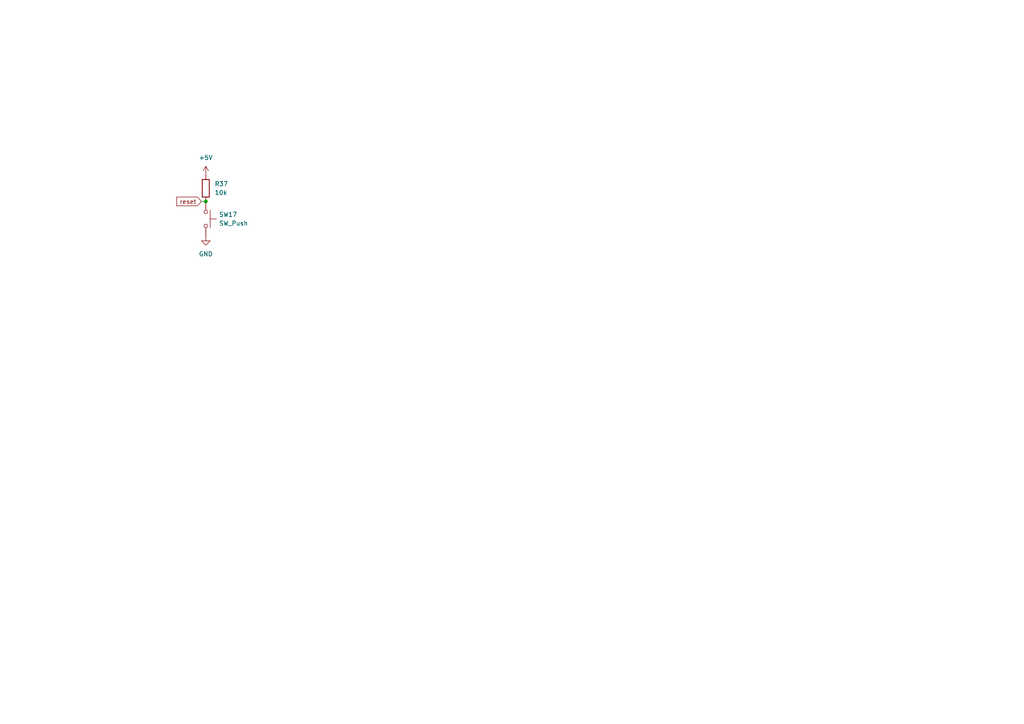
<source format=kicad_sch>
(kicad_sch (version 20231120) (generator "eeschema") (generator_version "8.0")
  (paper "A4")
  (lib_symbols
    (symbol "Device:R" (pin_numbers hide) (pin_names (offset 0))
      (property "Reference" "R" (at 2.032 0 90))
      (property "Value" "R" (at 0 0 90))
      (symbol "R_0_1"
        (rectangle (start -1.016 -2.54) (end 1.016 2.54) (stroke (width 0.254)))
      )
      (symbol "R_1_1"
        (pin passive line (at 0 3.81 270) (length 1.27) (name "~") (number "1"))
        (pin passive line (at 0 -3.81 90) (length 1.27) (name "~") (number "2"))
      )
    )
    (symbol "Switch:SW_Push" (pin_numbers hide) (pin_names (offset 1.016) hide)
      (property "Reference" "SW" (at 1.27 2.54 0))
      (property "Value" "SW_Push" (at 0 -1.524 0))
      (symbol "SW_Push_0_1"
        (circle (center -2.032 0) (radius 0.508))
        (polyline (pts (xy 0 1.27) (xy 0 3.048)))
        (polyline (pts (xy 2.54 1.27) (xy -2.54 1.27)))
        (circle (center 2.032 0) (radius 0.508))
        (pin passive line (at -5.08 0 0) (length 2.54) (name "1") (number "1"))
        (pin passive line (at 5.08 0 180) (length 2.54) (name "2") (number "2"))
      )
    )
    (symbol "power:+5V" (power) (pin_numbers hide) (pin_names (offset 0) hide)
      (property "Value" "+5V" (at 0 3.556 0))
      (symbol "+5V_0_1"
        (polyline (pts (xy -0.762 1.27) (xy 0 2.54)))
        (polyline (pts (xy 0 0) (xy 0 2.54)))
        (polyline (pts (xy 0 2.54) (xy 0.762 1.27)))
      )
      (symbol "+5V_1_1"
        (pin power_in line (at 0 0 90) (length 0) (name "~") (number "1"))
      )
    )
    (symbol "power:GND" (power) (pin_numbers hide) (pin_names (offset 0) hide)
      (property "Value" "GND" (at 0 -3.81 0))
      (symbol "GND_0_1"
        (polyline (pts (xy 0 0) (xy 0 -1.27) (xy 1.27 -1.27) (xy 0 -2.54) (xy -1.27 -1.27) (xy 0 -1.27)))
      )
      (symbol "GND_1_1"
        (pin power_in line (at 0 0 270) (length 0) (name "~") (number "1"))
      )
    )
  )
  (junction (at 59.69 58.42))
  (wire (pts (xy 58.42 58.42) (xy 59.69 58.42)))
  (global_label "reset" (shape input) (at 58.42 58.42 180) (property "Intersheetrefs" "${INTERSHEET_REFS}" (effects (hide yes))))
  (symbol (lib_id "power:GND") (at 59.69 68.58 0) (unit 1)
    (property "Reference" "#PWR075" (effects (hide yes)))
    (property "Value" "GND" (at 59.69 73.66 0))
    (property "Description" "Power symbol creates a global label with name \"GND\" , ground" (effects (hide yes)))
  )
  (symbol (lib_id "Switch:SW_Push") (at 59.69 63.5 270) (unit 1)
    (property "Reference" "SW17" (at 63.5 62.2299 90) (effects (justify left)))
    (property "Value" "SW_Push" (at 63.5 64.7699 90) (effects (justify left)))
    (property "Footprint" "Button_Switch_THT:SW_PUSH_6mm_H4.3mm" (effects (hide yes)))
    (property "Description" "Push button switch, generic, two pins" (effects (hide yes)))
  )
  (symbol (lib_id "power:+5V") (at 59.69 50.8 0) (unit 1)
    (property "Reference" "#PWR074" (effects (hide yes)))
    (property "Value" "+5V" (at 59.69 45.72 0))
    (property "Description" "Power symbol creates a global label with name \"+5V\"" (effects (hide yes)))
  )
  (symbol (lib_id "Device:R") (at 59.69 54.61 0) (unit 1)
    (property "Reference" "R37" (at 62.23 53.3399 0) (effects (justify left)))
    (property "Value" "10k" (at 62.23 55.8799 0) (effects (justify left)))
    (property "Footprint" "Resistor_SMD:R_1206_3216Metric_Pad1.30x1.75mm_HandSolder" (effects (hide yes)))
    (property "Description" "Resistor" (effects (hide yes)))
  )
)
</source>
